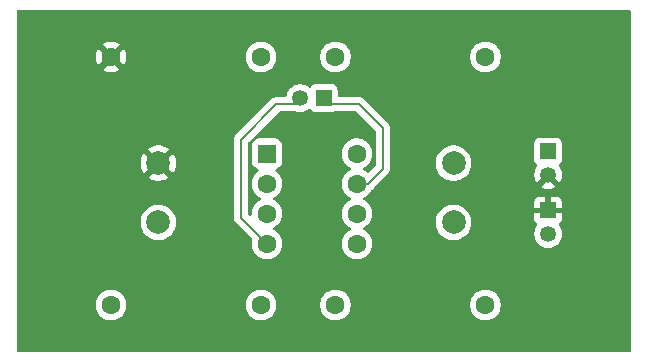
<source format=gbr>
G04 #@! TF.GenerationSoftware,KiCad,Pcbnew,9.0.4*
G04 #@! TF.CreationDate,2025-10-11T15:13:14-04:00*
G04 #@! TF.ProjectId,test1,74657374-312e-46b6-9963-61645f706362,rev?*
G04 #@! TF.SameCoordinates,Original*
G04 #@! TF.FileFunction,Copper,L2,Bot*
G04 #@! TF.FilePolarity,Positive*
%FSLAX46Y46*%
G04 Gerber Fmt 4.6, Leading zero omitted, Abs format (unit mm)*
G04 Created by KiCad (PCBNEW 9.0.4) date 2025-10-11 15:13:14*
%MOMM*%
%LPD*%
G01*
G04 APERTURE LIST*
G04 Aperture macros list*
%AMRoundRect*
0 Rectangle with rounded corners*
0 $1 Rounding radius*
0 $2 $3 $4 $5 $6 $7 $8 $9 X,Y pos of 4 corners*
0 Add a 4 corners polygon primitive as box body*
4,1,4,$2,$3,$4,$5,$6,$7,$8,$9,$2,$3,0*
0 Add four circle primitives for the rounded corners*
1,1,$1+$1,$2,$3*
1,1,$1+$1,$4,$5*
1,1,$1+$1,$6,$7*
1,1,$1+$1,$8,$9*
0 Add four rect primitives between the rounded corners*
20,1,$1+$1,$2,$3,$4,$5,0*
20,1,$1+$1,$4,$5,$6,$7,0*
20,1,$1+$1,$6,$7,$8,$9,0*
20,1,$1+$1,$8,$9,$2,$3,0*%
G04 Aperture macros list end*
G04 #@! TA.AperFunction,ComponentPad*
%ADD10C,1.350000*%
G04 #@! TD*
G04 #@! TA.AperFunction,ComponentPad*
%ADD11R,1.350000X1.350000*%
G04 #@! TD*
G04 #@! TA.AperFunction,ComponentPad*
%ADD12C,2.600000*%
G04 #@! TD*
G04 #@! TA.AperFunction,ConnectorPad*
%ADD13C,3.800000*%
G04 #@! TD*
G04 #@! TA.AperFunction,ComponentPad*
%ADD14C,1.600000*%
G04 #@! TD*
G04 #@! TA.AperFunction,ComponentPad*
%ADD15C,2.000000*%
G04 #@! TD*
G04 #@! TA.AperFunction,ComponentPad*
%ADD16RoundRect,0.250000X-0.550000X-0.550000X0.550000X-0.550000X0.550000X0.550000X-0.550000X0.550000X0*%
G04 #@! TD*
G04 #@! TA.AperFunction,Conductor*
%ADD17C,0.200000*%
G04 #@! TD*
G04 APERTURE END LIST*
D10*
X149500000Y-93500000D03*
D11*
X151500000Y-93500000D03*
D12*
X128500000Y-89000000D03*
D13*
X128500000Y-89000000D03*
D12*
X174500000Y-89000000D03*
D13*
X174500000Y-89000000D03*
D12*
X174500000Y-112000000D03*
D13*
X174500000Y-112000000D03*
D12*
X128500000Y-112000000D03*
D13*
X128500000Y-112000000D03*
D11*
X170500000Y-98000000D03*
D10*
X170500000Y-100000000D03*
D11*
X170500000Y-103000000D03*
D10*
X170500000Y-105000000D03*
D14*
X165200000Y-90000000D03*
X152500000Y-90000000D03*
D15*
X162500000Y-104000000D03*
X162500000Y-99000000D03*
D16*
X146695000Y-98190000D03*
D14*
X146695000Y-100730000D03*
X146695000Y-103270000D03*
X146695000Y-105810000D03*
X154315000Y-105810000D03*
X154315000Y-103270000D03*
X154315000Y-100730000D03*
X154315000Y-98190000D03*
D15*
X137500000Y-104000000D03*
X137500000Y-99000000D03*
D14*
X152500000Y-111000000D03*
X165200000Y-111000000D03*
X146200000Y-90000000D03*
X133500000Y-90000000D03*
X133500000Y-111000000D03*
X146200000Y-111000000D03*
D17*
X144500000Y-103615000D02*
X146695000Y-105810000D01*
X144500000Y-97000000D02*
X144500000Y-103615000D01*
X155270000Y-100730000D02*
X154315000Y-100730000D01*
X156500000Y-96000000D02*
X156500000Y-99500000D01*
X154500000Y-94000000D02*
X156500000Y-96000000D01*
X156500000Y-99500000D02*
X155270000Y-100730000D01*
X151500000Y-94000000D02*
X154500000Y-94000000D01*
X147500000Y-94000000D02*
X144500000Y-97000000D01*
X149500000Y-94000000D02*
X147500000Y-94000000D01*
G04 #@! TA.AperFunction,Conductor*
G36*
X177443039Y-86019685D02*
G01*
X177488794Y-86072489D01*
X177500000Y-86124000D01*
X177500000Y-114876000D01*
X177480315Y-114943039D01*
X177427511Y-114988794D01*
X177376000Y-115000000D01*
X125624000Y-115000000D01*
X125556961Y-114980315D01*
X125511206Y-114927511D01*
X125500000Y-114876000D01*
X125500000Y-110897648D01*
X132199500Y-110897648D01*
X132199500Y-111102351D01*
X132231522Y-111304534D01*
X132294781Y-111499223D01*
X132387715Y-111681613D01*
X132508028Y-111847213D01*
X132652786Y-111991971D01*
X132807749Y-112104556D01*
X132818390Y-112112287D01*
X132934607Y-112171503D01*
X133000776Y-112205218D01*
X133000778Y-112205218D01*
X133000781Y-112205220D01*
X133105137Y-112239127D01*
X133195465Y-112268477D01*
X133296557Y-112284488D01*
X133397648Y-112300500D01*
X133397649Y-112300500D01*
X133602351Y-112300500D01*
X133602352Y-112300500D01*
X133804534Y-112268477D01*
X133999219Y-112205220D01*
X134181610Y-112112287D01*
X134274590Y-112044732D01*
X134347213Y-111991971D01*
X134347215Y-111991968D01*
X134347219Y-111991966D01*
X134491966Y-111847219D01*
X134491968Y-111847215D01*
X134491971Y-111847213D01*
X134544732Y-111774590D01*
X134612287Y-111681610D01*
X134705220Y-111499219D01*
X134768477Y-111304534D01*
X134800500Y-111102352D01*
X134800500Y-110897648D01*
X144899500Y-110897648D01*
X144899500Y-111102351D01*
X144931522Y-111304534D01*
X144994781Y-111499223D01*
X145087715Y-111681613D01*
X145208028Y-111847213D01*
X145352786Y-111991971D01*
X145507749Y-112104556D01*
X145518390Y-112112287D01*
X145634607Y-112171503D01*
X145700776Y-112205218D01*
X145700778Y-112205218D01*
X145700781Y-112205220D01*
X145805137Y-112239127D01*
X145895465Y-112268477D01*
X145996557Y-112284488D01*
X146097648Y-112300500D01*
X146097649Y-112300500D01*
X146302351Y-112300500D01*
X146302352Y-112300500D01*
X146504534Y-112268477D01*
X146699219Y-112205220D01*
X146881610Y-112112287D01*
X146974590Y-112044732D01*
X147047213Y-111991971D01*
X147047215Y-111991968D01*
X147047219Y-111991966D01*
X147191966Y-111847219D01*
X147191968Y-111847215D01*
X147191971Y-111847213D01*
X147244732Y-111774590D01*
X147312287Y-111681610D01*
X147405220Y-111499219D01*
X147468477Y-111304534D01*
X147500500Y-111102352D01*
X147500500Y-110897648D01*
X151199500Y-110897648D01*
X151199500Y-111102351D01*
X151231522Y-111304534D01*
X151294781Y-111499223D01*
X151387715Y-111681613D01*
X151508028Y-111847213D01*
X151652786Y-111991971D01*
X151807749Y-112104556D01*
X151818390Y-112112287D01*
X151934607Y-112171503D01*
X152000776Y-112205218D01*
X152000778Y-112205218D01*
X152000781Y-112205220D01*
X152105137Y-112239127D01*
X152195465Y-112268477D01*
X152296557Y-112284488D01*
X152397648Y-112300500D01*
X152397649Y-112300500D01*
X152602351Y-112300500D01*
X152602352Y-112300500D01*
X152804534Y-112268477D01*
X152999219Y-112205220D01*
X153181610Y-112112287D01*
X153274590Y-112044732D01*
X153347213Y-111991971D01*
X153347215Y-111991968D01*
X153347219Y-111991966D01*
X153491966Y-111847219D01*
X153491968Y-111847215D01*
X153491971Y-111847213D01*
X153544732Y-111774590D01*
X153612287Y-111681610D01*
X153705220Y-111499219D01*
X153768477Y-111304534D01*
X153800500Y-111102352D01*
X153800500Y-110897648D01*
X163899500Y-110897648D01*
X163899500Y-111102351D01*
X163931522Y-111304534D01*
X163994781Y-111499223D01*
X164087715Y-111681613D01*
X164208028Y-111847213D01*
X164352786Y-111991971D01*
X164507749Y-112104556D01*
X164518390Y-112112287D01*
X164634607Y-112171503D01*
X164700776Y-112205218D01*
X164700778Y-112205218D01*
X164700781Y-112205220D01*
X164805137Y-112239127D01*
X164895465Y-112268477D01*
X164996557Y-112284488D01*
X165097648Y-112300500D01*
X165097649Y-112300500D01*
X165302351Y-112300500D01*
X165302352Y-112300500D01*
X165504534Y-112268477D01*
X165699219Y-112205220D01*
X165881610Y-112112287D01*
X165974590Y-112044732D01*
X166047213Y-111991971D01*
X166047215Y-111991968D01*
X166047219Y-111991966D01*
X166191966Y-111847219D01*
X166191968Y-111847215D01*
X166191971Y-111847213D01*
X166244732Y-111774590D01*
X166312287Y-111681610D01*
X166405220Y-111499219D01*
X166468477Y-111304534D01*
X166500500Y-111102352D01*
X166500500Y-110897648D01*
X166468477Y-110695466D01*
X166405220Y-110500781D01*
X166405218Y-110500778D01*
X166405218Y-110500776D01*
X166371503Y-110434607D01*
X166312287Y-110318390D01*
X166304556Y-110307749D01*
X166191971Y-110152786D01*
X166047213Y-110008028D01*
X165881613Y-109887715D01*
X165881612Y-109887714D01*
X165881610Y-109887713D01*
X165824653Y-109858691D01*
X165699223Y-109794781D01*
X165504534Y-109731522D01*
X165329995Y-109703878D01*
X165302352Y-109699500D01*
X165097648Y-109699500D01*
X165073329Y-109703351D01*
X164895465Y-109731522D01*
X164700776Y-109794781D01*
X164518386Y-109887715D01*
X164352786Y-110008028D01*
X164208028Y-110152786D01*
X164087715Y-110318386D01*
X163994781Y-110500776D01*
X163931522Y-110695465D01*
X163899500Y-110897648D01*
X153800500Y-110897648D01*
X153768477Y-110695466D01*
X153705220Y-110500781D01*
X153705218Y-110500778D01*
X153705218Y-110500776D01*
X153671503Y-110434607D01*
X153612287Y-110318390D01*
X153604556Y-110307749D01*
X153491971Y-110152786D01*
X153347213Y-110008028D01*
X153181613Y-109887715D01*
X153181612Y-109887714D01*
X153181610Y-109887713D01*
X153124653Y-109858691D01*
X152999223Y-109794781D01*
X152804534Y-109731522D01*
X152629995Y-109703878D01*
X152602352Y-109699500D01*
X152397648Y-109699500D01*
X152373329Y-109703351D01*
X152195465Y-109731522D01*
X152000776Y-109794781D01*
X151818386Y-109887715D01*
X151652786Y-110008028D01*
X151508028Y-110152786D01*
X151387715Y-110318386D01*
X151294781Y-110500776D01*
X151231522Y-110695465D01*
X151199500Y-110897648D01*
X147500500Y-110897648D01*
X147468477Y-110695466D01*
X147405220Y-110500781D01*
X147405218Y-110500778D01*
X147405218Y-110500776D01*
X147371503Y-110434607D01*
X147312287Y-110318390D01*
X147304556Y-110307749D01*
X147191971Y-110152786D01*
X147047213Y-110008028D01*
X146881613Y-109887715D01*
X146881612Y-109887714D01*
X146881610Y-109887713D01*
X146824653Y-109858691D01*
X146699223Y-109794781D01*
X146504534Y-109731522D01*
X146329995Y-109703878D01*
X146302352Y-109699500D01*
X146097648Y-109699500D01*
X146073329Y-109703351D01*
X145895465Y-109731522D01*
X145700776Y-109794781D01*
X145518386Y-109887715D01*
X145352786Y-110008028D01*
X145208028Y-110152786D01*
X145087715Y-110318386D01*
X144994781Y-110500776D01*
X144931522Y-110695465D01*
X144899500Y-110897648D01*
X134800500Y-110897648D01*
X134768477Y-110695466D01*
X134705220Y-110500781D01*
X134705218Y-110500778D01*
X134705218Y-110500776D01*
X134671503Y-110434607D01*
X134612287Y-110318390D01*
X134604556Y-110307749D01*
X134491971Y-110152786D01*
X134347213Y-110008028D01*
X134181613Y-109887715D01*
X134181612Y-109887714D01*
X134181610Y-109887713D01*
X134124653Y-109858691D01*
X133999223Y-109794781D01*
X133804534Y-109731522D01*
X133629995Y-109703878D01*
X133602352Y-109699500D01*
X133397648Y-109699500D01*
X133373329Y-109703351D01*
X133195465Y-109731522D01*
X133000776Y-109794781D01*
X132818386Y-109887715D01*
X132652786Y-110008028D01*
X132508028Y-110152786D01*
X132387715Y-110318386D01*
X132294781Y-110500776D01*
X132231522Y-110695465D01*
X132199500Y-110897648D01*
X125500000Y-110897648D01*
X125500000Y-103881902D01*
X135999500Y-103881902D01*
X135999500Y-104118097D01*
X136036446Y-104351368D01*
X136109433Y-104575996D01*
X136185221Y-104724736D01*
X136216657Y-104786433D01*
X136355483Y-104977510D01*
X136522490Y-105144517D01*
X136713567Y-105283343D01*
X136812991Y-105334002D01*
X136924003Y-105390566D01*
X136924005Y-105390566D01*
X136924008Y-105390568D01*
X137044412Y-105429689D01*
X137148631Y-105463553D01*
X137381903Y-105500500D01*
X137381908Y-105500500D01*
X137618097Y-105500500D01*
X137851368Y-105463553D01*
X138075992Y-105390568D01*
X138286433Y-105283343D01*
X138477510Y-105144517D01*
X138644517Y-104977510D01*
X138783343Y-104786433D01*
X138890568Y-104575992D01*
X138963553Y-104351368D01*
X138977713Y-104261966D01*
X139000500Y-104118097D01*
X139000500Y-103881902D01*
X138970747Y-103694054D01*
X143899498Y-103694054D01*
X143914211Y-103748963D01*
X143940423Y-103846785D01*
X143960698Y-103881902D01*
X143969358Y-103896900D01*
X143969359Y-103896904D01*
X143969360Y-103896904D01*
X144019479Y-103983714D01*
X144019481Y-103983717D01*
X144138349Y-104102585D01*
X144138355Y-104102590D01*
X145400921Y-105365157D01*
X145434406Y-105426480D01*
X145431173Y-105491149D01*
X145426523Y-105505460D01*
X145426523Y-105505462D01*
X145394500Y-105707648D01*
X145394500Y-105912351D01*
X145426522Y-106114534D01*
X145489781Y-106309223D01*
X145582715Y-106491613D01*
X145703028Y-106657213D01*
X145847786Y-106801971D01*
X146002749Y-106914556D01*
X146013390Y-106922287D01*
X146129607Y-106981503D01*
X146195776Y-107015218D01*
X146195778Y-107015218D01*
X146195781Y-107015220D01*
X146300137Y-107049127D01*
X146390465Y-107078477D01*
X146491557Y-107094488D01*
X146592648Y-107110500D01*
X146592649Y-107110500D01*
X146797351Y-107110500D01*
X146797352Y-107110500D01*
X146999534Y-107078477D01*
X147194219Y-107015220D01*
X147376610Y-106922287D01*
X147469590Y-106854732D01*
X147542213Y-106801971D01*
X147542215Y-106801968D01*
X147542219Y-106801966D01*
X147686966Y-106657219D01*
X147686968Y-106657215D01*
X147686971Y-106657213D01*
X147739732Y-106584590D01*
X147807287Y-106491610D01*
X147900220Y-106309219D01*
X147963477Y-106114534D01*
X147995500Y-105912352D01*
X147995500Y-105707648D01*
X147963477Y-105505466D01*
X147961863Y-105500500D01*
X147900218Y-105310776D01*
X147866503Y-105244607D01*
X147807287Y-105128390D01*
X147781221Y-105092513D01*
X147686971Y-104962786D01*
X147542213Y-104818028D01*
X147376614Y-104697715D01*
X147370006Y-104694348D01*
X147283917Y-104650483D01*
X147233123Y-104602511D01*
X147216328Y-104534690D01*
X147238865Y-104468555D01*
X147283917Y-104429516D01*
X147376610Y-104382287D01*
X147419167Y-104351368D01*
X147542213Y-104261971D01*
X147542215Y-104261968D01*
X147542219Y-104261966D01*
X147686966Y-104117219D01*
X147686968Y-104117215D01*
X147686971Y-104117213D01*
X147739732Y-104044590D01*
X147807287Y-103951610D01*
X147900220Y-103769219D01*
X147963477Y-103574534D01*
X147995500Y-103372352D01*
X147995500Y-103167648D01*
X147963477Y-102965466D01*
X147900220Y-102770781D01*
X147900218Y-102770778D01*
X147900218Y-102770776D01*
X147853924Y-102679920D01*
X147807287Y-102588390D01*
X147769548Y-102536446D01*
X147686971Y-102422786D01*
X147542213Y-102278028D01*
X147376614Y-102157715D01*
X147370006Y-102154348D01*
X147283917Y-102110483D01*
X147233123Y-102062511D01*
X147216328Y-101994690D01*
X147238865Y-101928555D01*
X147283917Y-101889516D01*
X147376610Y-101842287D01*
X147400404Y-101825000D01*
X147542213Y-101721971D01*
X147542215Y-101721968D01*
X147542219Y-101721966D01*
X147686966Y-101577219D01*
X147686968Y-101577215D01*
X147686971Y-101577213D01*
X147739732Y-101504590D01*
X147807287Y-101411610D01*
X147900220Y-101229219D01*
X147963477Y-101034534D01*
X147995500Y-100832352D01*
X147995500Y-100627648D01*
X147993629Y-100615834D01*
X147963477Y-100425465D01*
X147900218Y-100230776D01*
X147829748Y-100092473D01*
X147807287Y-100048390D01*
X147799556Y-100037749D01*
X147686971Y-99882786D01*
X147542219Y-99738034D01*
X147533618Y-99731785D01*
X147448547Y-99669978D01*
X147405882Y-99614649D01*
X147399903Y-99545036D01*
X147432508Y-99483240D01*
X147482426Y-99451955D01*
X147564334Y-99424814D01*
X147713656Y-99332712D01*
X147837712Y-99208656D01*
X147929814Y-99059334D01*
X147984999Y-98892797D01*
X147995500Y-98790009D01*
X147995499Y-97589992D01*
X147984999Y-97487203D01*
X147929814Y-97320666D01*
X147837712Y-97171344D01*
X147713656Y-97047288D01*
X147612314Y-96984780D01*
X147564336Y-96955187D01*
X147564331Y-96955185D01*
X147562862Y-96954698D01*
X147397797Y-96900001D01*
X147397795Y-96900000D01*
X147295010Y-96889500D01*
X146094998Y-96889500D01*
X146094981Y-96889501D01*
X145992203Y-96900000D01*
X145992200Y-96900001D01*
X145825668Y-96955185D01*
X145825663Y-96955187D01*
X145676342Y-97047289D01*
X145552289Y-97171342D01*
X145460187Y-97320663D01*
X145460186Y-97320666D01*
X145405001Y-97487203D01*
X145405001Y-97487204D01*
X145405000Y-97487204D01*
X145394500Y-97589983D01*
X145394500Y-98790001D01*
X145394501Y-98790018D01*
X145405000Y-98892796D01*
X145405001Y-98892799D01*
X145451308Y-99032543D01*
X145460186Y-99059334D01*
X145552288Y-99208656D01*
X145676344Y-99332712D01*
X145825666Y-99424814D01*
X145907570Y-99451954D01*
X145965015Y-99491727D01*
X145991838Y-99556243D01*
X145979523Y-99625018D01*
X145941451Y-99669978D01*
X145847787Y-99738028D01*
X145847782Y-99738032D01*
X145703028Y-99882786D01*
X145582715Y-100048386D01*
X145489781Y-100230776D01*
X145426522Y-100425465D01*
X145394500Y-100627648D01*
X145394500Y-100832351D01*
X145426522Y-101034534D01*
X145489781Y-101229223D01*
X145582715Y-101411613D01*
X145703028Y-101577213D01*
X145847786Y-101721971D01*
X145989596Y-101825000D01*
X146013390Y-101842287D01*
X146090642Y-101881649D01*
X146106080Y-101889515D01*
X146156876Y-101937490D01*
X146173671Y-102005311D01*
X146151134Y-102071446D01*
X146106080Y-102110485D01*
X146013386Y-102157715D01*
X145847786Y-102278028D01*
X145703028Y-102422786D01*
X145582715Y-102588386D01*
X145489781Y-102770776D01*
X145426522Y-102965465D01*
X145394500Y-103167648D01*
X145394500Y-103360902D01*
X145388261Y-103382147D01*
X145386682Y-103404236D01*
X145378609Y-103415019D01*
X145374815Y-103427941D01*
X145358081Y-103442440D01*
X145344810Y-103460169D01*
X145332189Y-103464876D01*
X145322011Y-103473696D01*
X145300093Y-103476847D01*
X145279346Y-103484586D01*
X145266185Y-103481723D01*
X145252853Y-103483640D01*
X145232709Y-103474440D01*
X145211073Y-103469734D01*
X145193347Y-103456465D01*
X145189297Y-103454615D01*
X145182819Y-103448583D01*
X145136819Y-103402583D01*
X145103334Y-103341260D01*
X145100500Y-103314902D01*
X145100500Y-97300097D01*
X145120185Y-97233058D01*
X145136819Y-97212416D01*
X147712417Y-94636819D01*
X147773740Y-94603334D01*
X147800098Y-94600500D01*
X149063352Y-94600500D01*
X149101670Y-94606569D01*
X149139302Y-94618796D01*
X149224736Y-94646555D01*
X149407486Y-94675500D01*
X149407487Y-94675500D01*
X149592513Y-94675500D01*
X149592514Y-94675500D01*
X149775264Y-94646555D01*
X149951235Y-94589379D01*
X150116096Y-94505378D01*
X150231608Y-94421453D01*
X150297412Y-94397974D01*
X150365466Y-94413799D01*
X150403758Y-94447460D01*
X150467455Y-94532547D01*
X150582664Y-94618793D01*
X150582671Y-94618797D01*
X150717517Y-94669091D01*
X150717516Y-94669091D01*
X150724444Y-94669835D01*
X150777127Y-94675500D01*
X152222872Y-94675499D01*
X152282483Y-94669091D01*
X152417331Y-94618796D01*
X152417333Y-94618793D01*
X152423058Y-94615669D01*
X152482487Y-94600500D01*
X154199903Y-94600500D01*
X154266942Y-94620185D01*
X154287584Y-94636819D01*
X155863181Y-96212416D01*
X155896666Y-96273739D01*
X155899500Y-96300097D01*
X155899500Y-99199901D01*
X155879815Y-99266940D01*
X155863181Y-99287582D01*
X155375155Y-99775608D01*
X155313832Y-99809093D01*
X155244140Y-99804109D01*
X155199793Y-99775608D01*
X155162213Y-99738028D01*
X154996614Y-99617715D01*
X154920743Y-99579057D01*
X154903917Y-99570483D01*
X154853123Y-99522511D01*
X154836328Y-99454690D01*
X154858865Y-99388555D01*
X154903917Y-99349516D01*
X154996610Y-99302287D01*
X155042853Y-99268690D01*
X155162213Y-99181971D01*
X155162215Y-99181968D01*
X155162219Y-99181966D01*
X155306966Y-99037219D01*
X155306968Y-99037215D01*
X155306971Y-99037213D01*
X155411892Y-98892799D01*
X155427287Y-98871610D01*
X155520220Y-98689219D01*
X155583477Y-98494534D01*
X155615500Y-98292352D01*
X155615500Y-98087648D01*
X155583477Y-97885466D01*
X155520220Y-97690781D01*
X155520218Y-97690778D01*
X155520218Y-97690776D01*
X155478771Y-97609433D01*
X155427287Y-97508390D01*
X155411892Y-97487200D01*
X155306971Y-97342786D01*
X155162213Y-97198028D01*
X154996613Y-97077715D01*
X154996612Y-97077714D01*
X154996610Y-97077713D01*
X154936898Y-97047288D01*
X154814223Y-96984781D01*
X154619534Y-96921522D01*
X154444995Y-96893878D01*
X154417352Y-96889500D01*
X154212648Y-96889500D01*
X154188329Y-96893351D01*
X154010465Y-96921522D01*
X153815776Y-96984781D01*
X153633386Y-97077715D01*
X153467786Y-97198028D01*
X153323028Y-97342786D01*
X153202715Y-97508386D01*
X153109781Y-97690776D01*
X153046522Y-97885465D01*
X153014500Y-98087648D01*
X153014500Y-98292351D01*
X153046522Y-98494534D01*
X153109781Y-98689223D01*
X153202715Y-98871613D01*
X153323028Y-99037213D01*
X153467786Y-99181971D01*
X153613150Y-99287582D01*
X153633390Y-99302287D01*
X153724840Y-99348883D01*
X153726080Y-99349515D01*
X153776876Y-99397490D01*
X153793671Y-99465311D01*
X153771134Y-99531446D01*
X153726080Y-99570485D01*
X153633386Y-99617715D01*
X153467786Y-99738028D01*
X153323028Y-99882786D01*
X153202715Y-100048386D01*
X153109781Y-100230776D01*
X153046522Y-100425465D01*
X153014500Y-100627648D01*
X153014500Y-100832351D01*
X153046522Y-101034534D01*
X153109781Y-101229223D01*
X153202715Y-101411613D01*
X153323028Y-101577213D01*
X153467786Y-101721971D01*
X153609596Y-101825000D01*
X153633390Y-101842287D01*
X153710642Y-101881649D01*
X153726080Y-101889515D01*
X153776876Y-101937490D01*
X153793671Y-102005311D01*
X153771134Y-102071446D01*
X153726080Y-102110485D01*
X153633386Y-102157715D01*
X153467786Y-102278028D01*
X153323028Y-102422786D01*
X153202715Y-102588386D01*
X153109781Y-102770776D01*
X153046522Y-102965465D01*
X153032712Y-103052661D01*
X153014500Y-103167648D01*
X153014500Y-103372352D01*
X153018878Y-103399995D01*
X153046522Y-103574534D01*
X153109781Y-103769223D01*
X153202715Y-103951613D01*
X153323028Y-104117213D01*
X153467786Y-104261971D01*
X153590833Y-104351368D01*
X153633390Y-104382287D01*
X153724840Y-104428883D01*
X153726080Y-104429515D01*
X153776876Y-104477490D01*
X153793671Y-104545311D01*
X153771134Y-104611446D01*
X153726080Y-104650485D01*
X153633386Y-104697715D01*
X153467786Y-104818028D01*
X153323028Y-104962786D01*
X153202715Y-105128386D01*
X153109781Y-105310776D01*
X153046522Y-105505465D01*
X153014500Y-105707648D01*
X153014500Y-105912351D01*
X153046522Y-106114534D01*
X153109781Y-106309223D01*
X153202715Y-106491613D01*
X153323028Y-106657213D01*
X153467786Y-106801971D01*
X153622749Y-106914556D01*
X153633390Y-106922287D01*
X153749607Y-106981503D01*
X153815776Y-107015218D01*
X153815778Y-107015218D01*
X153815781Y-107015220D01*
X153920137Y-107049127D01*
X154010465Y-107078477D01*
X154111557Y-107094488D01*
X154212648Y-107110500D01*
X154212649Y-107110500D01*
X154417351Y-107110500D01*
X154417352Y-107110500D01*
X154619534Y-107078477D01*
X154814219Y-107015220D01*
X154996610Y-106922287D01*
X155089590Y-106854732D01*
X155162213Y-106801971D01*
X155162215Y-106801968D01*
X155162219Y-106801966D01*
X155306966Y-106657219D01*
X155306968Y-106657215D01*
X155306971Y-106657213D01*
X155359732Y-106584590D01*
X155427287Y-106491610D01*
X155520220Y-106309219D01*
X155583477Y-106114534D01*
X155615500Y-105912352D01*
X155615500Y-105707648D01*
X155583477Y-105505466D01*
X155581863Y-105500500D01*
X155520218Y-105310776D01*
X155486503Y-105244607D01*
X155427287Y-105128390D01*
X155401221Y-105092513D01*
X155306971Y-104962786D01*
X155162213Y-104818028D01*
X154996614Y-104697715D01*
X154990006Y-104694348D01*
X154903917Y-104650483D01*
X154853123Y-104602511D01*
X154836328Y-104534690D01*
X154858865Y-104468555D01*
X154903917Y-104429516D01*
X154996610Y-104382287D01*
X155039167Y-104351368D01*
X155162213Y-104261971D01*
X155162215Y-104261968D01*
X155162219Y-104261966D01*
X155306966Y-104117219D01*
X155306968Y-104117215D01*
X155306971Y-104117213D01*
X155427284Y-103951614D01*
X155427285Y-103951613D01*
X155427287Y-103951610D01*
X155462805Y-103881902D01*
X160999500Y-103881902D01*
X160999500Y-104118097D01*
X161036446Y-104351368D01*
X161109433Y-104575996D01*
X161185221Y-104724736D01*
X161216657Y-104786433D01*
X161355483Y-104977510D01*
X161522490Y-105144517D01*
X161713567Y-105283343D01*
X161812991Y-105334002D01*
X161924003Y-105390566D01*
X161924005Y-105390566D01*
X161924008Y-105390568D01*
X162044412Y-105429689D01*
X162148631Y-105463553D01*
X162381903Y-105500500D01*
X162381908Y-105500500D01*
X162618097Y-105500500D01*
X162851368Y-105463553D01*
X163075992Y-105390568D01*
X163286433Y-105283343D01*
X163477510Y-105144517D01*
X163644517Y-104977510D01*
X163695393Y-104907486D01*
X169324500Y-104907486D01*
X169324500Y-105092513D01*
X169353445Y-105275265D01*
X169410619Y-105451232D01*
X169410620Y-105451235D01*
X169494622Y-105616096D01*
X169603379Y-105765787D01*
X169734213Y-105896621D01*
X169883904Y-106005378D01*
X169964763Y-106046577D01*
X170048764Y-106089379D01*
X170048767Y-106089380D01*
X170126185Y-106114534D01*
X170224736Y-106146555D01*
X170407486Y-106175500D01*
X170407487Y-106175500D01*
X170592513Y-106175500D01*
X170592514Y-106175500D01*
X170775264Y-106146555D01*
X170951235Y-106089379D01*
X171116096Y-106005378D01*
X171265787Y-105896621D01*
X171396621Y-105765787D01*
X171505378Y-105616096D01*
X171589379Y-105451235D01*
X171646555Y-105275264D01*
X171675500Y-105092514D01*
X171675500Y-104907486D01*
X171646555Y-104724736D01*
X171589379Y-104548765D01*
X171589379Y-104548764D01*
X171505377Y-104383903D01*
X171481739Y-104351368D01*
X171421159Y-104267987D01*
X171397680Y-104202183D01*
X171413505Y-104134129D01*
X171447167Y-104095836D01*
X171532190Y-104032186D01*
X171618350Y-103917093D01*
X171618354Y-103917086D01*
X171668596Y-103782379D01*
X171668598Y-103782372D01*
X171674999Y-103722844D01*
X171675000Y-103722827D01*
X171675000Y-103250000D01*
X170815686Y-103250000D01*
X170820080Y-103245606D01*
X170872741Y-103154394D01*
X170900000Y-103052661D01*
X170900000Y-102947339D01*
X170872741Y-102845606D01*
X170820080Y-102754394D01*
X170815686Y-102750000D01*
X171675000Y-102750000D01*
X171675000Y-102277172D01*
X171674999Y-102277155D01*
X171668598Y-102217627D01*
X171668596Y-102217620D01*
X171618354Y-102082913D01*
X171618350Y-102082906D01*
X171532190Y-101967812D01*
X171532187Y-101967809D01*
X171417093Y-101881649D01*
X171417086Y-101881645D01*
X171282379Y-101831403D01*
X171282372Y-101831401D01*
X171222844Y-101825000D01*
X170750000Y-101825000D01*
X170750000Y-102684314D01*
X170745606Y-102679920D01*
X170654394Y-102627259D01*
X170552661Y-102600000D01*
X170447339Y-102600000D01*
X170345606Y-102627259D01*
X170254394Y-102679920D01*
X170250000Y-102684314D01*
X170250000Y-101825000D01*
X169777155Y-101825000D01*
X169717627Y-101831401D01*
X169717620Y-101831403D01*
X169582913Y-101881645D01*
X169582906Y-101881649D01*
X169467812Y-101967809D01*
X169467809Y-101967812D01*
X169381649Y-102082906D01*
X169381645Y-102082913D01*
X169331403Y-102217620D01*
X169331401Y-102217627D01*
X169325000Y-102277155D01*
X169325000Y-102750000D01*
X170184314Y-102750000D01*
X170179920Y-102754394D01*
X170127259Y-102845606D01*
X170100000Y-102947339D01*
X170100000Y-103052661D01*
X170127259Y-103154394D01*
X170179920Y-103245606D01*
X170184314Y-103250000D01*
X169325000Y-103250000D01*
X169325000Y-103722844D01*
X169331401Y-103782372D01*
X169331403Y-103782379D01*
X169381645Y-103917086D01*
X169381649Y-103917093D01*
X169467809Y-104032186D01*
X169552832Y-104095835D01*
X169594703Y-104151769D01*
X169599687Y-104221461D01*
X169578839Y-104267987D01*
X169494624Y-104383900D01*
X169410620Y-104548764D01*
X169410619Y-104548767D01*
X169353445Y-104724734D01*
X169324500Y-104907486D01*
X163695393Y-104907486D01*
X163783343Y-104786433D01*
X163890568Y-104575992D01*
X163963553Y-104351368D01*
X163977713Y-104261966D01*
X164000500Y-104118097D01*
X164000500Y-103881902D01*
X163963553Y-103648631D01*
X163910251Y-103484586D01*
X163890568Y-103424008D01*
X163890566Y-103424005D01*
X163890566Y-103424003D01*
X163834002Y-103312991D01*
X163783343Y-103213567D01*
X163644517Y-103022490D01*
X163477510Y-102855483D01*
X163286433Y-102716657D01*
X163214333Y-102679920D01*
X163075996Y-102609433D01*
X162851368Y-102536446D01*
X162618097Y-102499500D01*
X162618092Y-102499500D01*
X162381908Y-102499500D01*
X162381903Y-102499500D01*
X162148631Y-102536446D01*
X161924003Y-102609433D01*
X161713566Y-102716657D01*
X161639079Y-102770776D01*
X161522490Y-102855483D01*
X161522488Y-102855485D01*
X161522487Y-102855485D01*
X161355485Y-103022487D01*
X161355485Y-103022488D01*
X161355483Y-103022490D01*
X161295862Y-103104550D01*
X161216657Y-103213566D01*
X161109433Y-103424003D01*
X161036446Y-103648631D01*
X160999500Y-103881902D01*
X155462805Y-103881902D01*
X155520220Y-103769219D01*
X155583477Y-103574534D01*
X155615500Y-103372352D01*
X155615500Y-103167648D01*
X155583477Y-102965466D01*
X155520220Y-102770781D01*
X155520218Y-102770778D01*
X155520218Y-102770776D01*
X155473924Y-102679920D01*
X155427287Y-102588390D01*
X155389548Y-102536446D01*
X155306971Y-102422786D01*
X155162213Y-102278028D01*
X154996614Y-102157715D01*
X154990006Y-102154348D01*
X154903917Y-102110483D01*
X154853123Y-102062511D01*
X154836328Y-101994690D01*
X154858865Y-101928555D01*
X154903917Y-101889516D01*
X154996610Y-101842287D01*
X155020404Y-101825000D01*
X155162213Y-101721971D01*
X155162215Y-101721968D01*
X155162219Y-101721966D01*
X155306966Y-101577219D01*
X155427287Y-101411610D01*
X155467656Y-101332379D01*
X155480094Y-101319209D01*
X155488396Y-101303107D01*
X155515242Y-101281993D01*
X155515628Y-101281585D01*
X155515878Y-101281439D01*
X155551904Y-101260639D01*
X155638716Y-101210520D01*
X155750520Y-101098716D01*
X155750520Y-101098714D01*
X155760728Y-101088507D01*
X155760729Y-101088504D01*
X156980520Y-99868716D01*
X157059577Y-99731784D01*
X157100501Y-99579057D01*
X157100501Y-99420942D01*
X157100501Y-99413347D01*
X157100500Y-99413329D01*
X157100500Y-98881902D01*
X160999500Y-98881902D01*
X160999500Y-99118097D01*
X161036446Y-99351368D01*
X161109433Y-99575996D01*
X161185280Y-99724852D01*
X161216657Y-99786433D01*
X161355483Y-99977510D01*
X161522490Y-100144517D01*
X161713567Y-100283343D01*
X161812991Y-100334002D01*
X161924003Y-100390566D01*
X161924005Y-100390566D01*
X161924008Y-100390568D01*
X161953037Y-100400000D01*
X162148631Y-100463553D01*
X162381903Y-100500500D01*
X162381908Y-100500500D01*
X162618097Y-100500500D01*
X162851368Y-100463553D01*
X162852870Y-100463065D01*
X163075992Y-100390568D01*
X163286433Y-100283343D01*
X163477510Y-100144517D01*
X163644517Y-99977510D01*
X163783343Y-99786433D01*
X163890568Y-99575992D01*
X163963553Y-99351368D01*
X163984017Y-99222165D01*
X164000500Y-99118097D01*
X164000500Y-98881902D01*
X163963553Y-98648631D01*
X163890566Y-98424003D01*
X163783477Y-98213830D01*
X163783343Y-98213567D01*
X163644517Y-98022490D01*
X163477510Y-97855483D01*
X163286433Y-97716657D01*
X163075996Y-97609433D01*
X162851368Y-97536446D01*
X162618097Y-97499500D01*
X162618092Y-97499500D01*
X162381908Y-97499500D01*
X162381903Y-97499500D01*
X162148631Y-97536446D01*
X161924003Y-97609433D01*
X161713566Y-97716657D01*
X161630047Y-97777338D01*
X161522490Y-97855483D01*
X161522488Y-97855485D01*
X161522487Y-97855485D01*
X161355485Y-98022487D01*
X161355485Y-98022488D01*
X161355483Y-98022490D01*
X161308143Y-98087648D01*
X161216657Y-98213566D01*
X161109433Y-98424003D01*
X161036446Y-98648631D01*
X160999500Y-98881902D01*
X157100500Y-98881902D01*
X157100500Y-97277135D01*
X169324500Y-97277135D01*
X169324500Y-98722870D01*
X169324501Y-98722876D01*
X169330908Y-98782483D01*
X169381202Y-98917328D01*
X169381206Y-98917335D01*
X169467452Y-99032544D01*
X169467455Y-99032547D01*
X169552938Y-99096540D01*
X169594809Y-99152473D01*
X169599793Y-99222165D01*
X169578946Y-99268690D01*
X169495051Y-99384163D01*
X169411084Y-99548956D01*
X169411083Y-99548959D01*
X169353933Y-99724852D01*
X169325000Y-99907526D01*
X169325000Y-100092473D01*
X169353933Y-100275147D01*
X169411083Y-100451040D01*
X169411084Y-100451043D01*
X169495050Y-100615834D01*
X169510015Y-100636430D01*
X170100000Y-100046445D01*
X170100000Y-100052661D01*
X170127259Y-100154394D01*
X170179920Y-100245606D01*
X170254394Y-100320080D01*
X170345606Y-100372741D01*
X170447339Y-100400000D01*
X170453553Y-100400000D01*
X169863568Y-100989983D01*
X169863568Y-100989984D01*
X169884165Y-101004949D01*
X170048956Y-101088915D01*
X170048959Y-101088916D01*
X170224852Y-101146066D01*
X170407527Y-101175000D01*
X170592473Y-101175000D01*
X170775147Y-101146066D01*
X170951040Y-101088916D01*
X170951043Y-101088915D01*
X171115836Y-101004947D01*
X171115845Y-101004942D01*
X171136430Y-100989984D01*
X171136431Y-100989983D01*
X170546448Y-100400000D01*
X170552661Y-100400000D01*
X170654394Y-100372741D01*
X170745606Y-100320080D01*
X170820080Y-100245606D01*
X170872741Y-100154394D01*
X170900000Y-100052661D01*
X170900000Y-100046447D01*
X171489983Y-100636430D01*
X171489984Y-100636430D01*
X171504942Y-100615845D01*
X171504947Y-100615836D01*
X171588915Y-100451043D01*
X171588916Y-100451040D01*
X171646066Y-100275147D01*
X171675000Y-100092473D01*
X171675000Y-99907526D01*
X171646066Y-99724852D01*
X171588916Y-99548959D01*
X171588915Y-99548956D01*
X171504947Y-99384161D01*
X171421054Y-99268691D01*
X171397574Y-99202884D01*
X171413400Y-99134831D01*
X171447058Y-99096542D01*
X171532546Y-99032546D01*
X171618796Y-98917331D01*
X171669091Y-98782483D01*
X171675500Y-98722873D01*
X171675499Y-97277128D01*
X171669091Y-97217517D01*
X171667188Y-97212416D01*
X171618797Y-97082671D01*
X171618793Y-97082664D01*
X171532547Y-96967455D01*
X171532544Y-96967452D01*
X171417335Y-96881206D01*
X171417328Y-96881202D01*
X171282482Y-96830908D01*
X171282483Y-96830908D01*
X171222883Y-96824501D01*
X171222881Y-96824500D01*
X171222873Y-96824500D01*
X171222864Y-96824500D01*
X169777129Y-96824500D01*
X169777123Y-96824501D01*
X169717516Y-96830908D01*
X169582671Y-96881202D01*
X169582664Y-96881206D01*
X169467455Y-96967452D01*
X169467452Y-96967455D01*
X169381206Y-97082664D01*
X169381202Y-97082671D01*
X169330908Y-97217517D01*
X169324501Y-97277116D01*
X169324501Y-97277123D01*
X169324500Y-97277135D01*
X157100500Y-97277135D01*
X157100500Y-95920945D01*
X157100500Y-95920943D01*
X157059577Y-95768216D01*
X157059577Y-95768215D01*
X157059577Y-95768214D01*
X157030639Y-95718095D01*
X157030637Y-95718092D01*
X156980520Y-95631284D01*
X156868716Y-95519480D01*
X156868715Y-95519479D01*
X156864385Y-95515149D01*
X156864374Y-95515139D01*
X154987590Y-93638355D01*
X154987588Y-93638352D01*
X154868717Y-93519481D01*
X154868716Y-93519480D01*
X154781904Y-93469360D01*
X154781904Y-93469359D01*
X154781900Y-93469358D01*
X154731785Y-93440423D01*
X154579057Y-93399499D01*
X154420943Y-93399499D01*
X154413347Y-93399499D01*
X154413331Y-93399500D01*
X152799499Y-93399500D01*
X152732460Y-93379815D01*
X152686705Y-93327011D01*
X152675499Y-93275500D01*
X152675499Y-92777129D01*
X152675498Y-92777123D01*
X152669091Y-92717516D01*
X152618797Y-92582671D01*
X152618793Y-92582664D01*
X152532547Y-92467455D01*
X152532544Y-92467452D01*
X152417335Y-92381206D01*
X152417328Y-92381202D01*
X152282482Y-92330908D01*
X152282483Y-92330908D01*
X152222883Y-92324501D01*
X152222881Y-92324500D01*
X152222873Y-92324500D01*
X152222864Y-92324500D01*
X150777129Y-92324500D01*
X150777123Y-92324501D01*
X150717516Y-92330908D01*
X150582671Y-92381202D01*
X150582664Y-92381206D01*
X150467455Y-92467452D01*
X150403758Y-92552539D01*
X150347823Y-92594410D01*
X150278132Y-92599393D01*
X150231607Y-92578545D01*
X150116099Y-92494624D01*
X150116098Y-92494623D01*
X150116096Y-92494622D01*
X150062772Y-92467452D01*
X149951235Y-92410620D01*
X149951232Y-92410619D01*
X149775265Y-92353445D01*
X149632972Y-92330908D01*
X149592514Y-92324500D01*
X149407486Y-92324500D01*
X149367028Y-92330908D01*
X149224734Y-92353445D01*
X149048767Y-92410619D01*
X149048764Y-92410620D01*
X148883903Y-92494622D01*
X148804188Y-92552539D01*
X148734213Y-92603379D01*
X148734211Y-92603381D01*
X148734210Y-92603381D01*
X148603381Y-92734210D01*
X148603381Y-92734211D01*
X148603379Y-92734213D01*
X148572199Y-92777129D01*
X148494622Y-92883903D01*
X148410620Y-93048764D01*
X148410619Y-93048767D01*
X148353444Y-93224734D01*
X148342332Y-93294898D01*
X148312403Y-93358033D01*
X148253091Y-93394964D01*
X148219859Y-93399500D01*
X147586670Y-93399500D01*
X147586654Y-93399499D01*
X147579058Y-93399499D01*
X147420943Y-93399499D01*
X147344579Y-93419961D01*
X147268214Y-93440423D01*
X147268209Y-93440426D01*
X147131290Y-93519475D01*
X147131282Y-93519481D01*
X144019481Y-96631282D01*
X144019479Y-96631285D01*
X143969361Y-96718094D01*
X143969359Y-96718096D01*
X143940425Y-96768209D01*
X143940424Y-96768210D01*
X143940423Y-96768215D01*
X143899499Y-96920943D01*
X143899499Y-97079057D01*
X143899499Y-97079059D01*
X143899500Y-97089053D01*
X143899500Y-103528330D01*
X143899499Y-103528348D01*
X143899499Y-103694054D01*
X143899498Y-103694054D01*
X138970747Y-103694054D01*
X138963553Y-103648631D01*
X138910251Y-103484586D01*
X138890568Y-103424008D01*
X138890566Y-103424005D01*
X138890566Y-103424003D01*
X138834002Y-103312991D01*
X138783343Y-103213567D01*
X138644517Y-103022490D01*
X138477510Y-102855483D01*
X138286433Y-102716657D01*
X138214333Y-102679920D01*
X138075996Y-102609433D01*
X137851368Y-102536446D01*
X137618097Y-102499500D01*
X137618092Y-102499500D01*
X137381908Y-102499500D01*
X137381903Y-102499500D01*
X137148631Y-102536446D01*
X136924003Y-102609433D01*
X136713566Y-102716657D01*
X136639079Y-102770776D01*
X136522490Y-102855483D01*
X136522488Y-102855485D01*
X136522487Y-102855485D01*
X136355485Y-103022487D01*
X136355485Y-103022488D01*
X136355483Y-103022490D01*
X136295862Y-103104550D01*
X136216657Y-103213566D01*
X136109433Y-103424003D01*
X136036446Y-103648631D01*
X135999500Y-103881902D01*
X125500000Y-103881902D01*
X125500000Y-98881947D01*
X136000000Y-98881947D01*
X136000000Y-99118052D01*
X136036934Y-99351247D01*
X136109897Y-99575802D01*
X136217087Y-99786174D01*
X136277338Y-99869104D01*
X136277340Y-99869105D01*
X137017037Y-99129408D01*
X137034075Y-99192993D01*
X137099901Y-99307007D01*
X137192993Y-99400099D01*
X137307007Y-99465925D01*
X137370590Y-99482962D01*
X136630893Y-100222658D01*
X136713828Y-100282914D01*
X136924197Y-100390102D01*
X137148752Y-100463065D01*
X137148751Y-100463065D01*
X137381948Y-100500000D01*
X137618052Y-100500000D01*
X137851247Y-100463065D01*
X138075802Y-100390102D01*
X138286163Y-100282918D01*
X138286169Y-100282914D01*
X138369104Y-100222658D01*
X138369105Y-100222658D01*
X137629408Y-99482962D01*
X137692993Y-99465925D01*
X137807007Y-99400099D01*
X137900099Y-99307007D01*
X137965925Y-99192993D01*
X137982962Y-99129408D01*
X138722658Y-99869105D01*
X138722658Y-99869104D01*
X138782914Y-99786169D01*
X138782918Y-99786163D01*
X138890102Y-99575802D01*
X138963065Y-99351247D01*
X139000000Y-99118052D01*
X139000000Y-98881947D01*
X138963065Y-98648752D01*
X138890102Y-98424197D01*
X138782914Y-98213828D01*
X138722658Y-98130894D01*
X138722658Y-98130893D01*
X137982962Y-98870590D01*
X137965925Y-98807007D01*
X137900099Y-98692993D01*
X137807007Y-98599901D01*
X137692993Y-98534075D01*
X137629409Y-98517037D01*
X138369105Y-97777340D01*
X138369104Y-97777338D01*
X138286174Y-97717087D01*
X138075802Y-97609897D01*
X137851247Y-97536934D01*
X137851248Y-97536934D01*
X137618052Y-97500000D01*
X137381948Y-97500000D01*
X137148752Y-97536934D01*
X136924197Y-97609897D01*
X136713830Y-97717084D01*
X136630894Y-97777340D01*
X137370591Y-98517037D01*
X137307007Y-98534075D01*
X137192993Y-98599901D01*
X137099901Y-98692993D01*
X137034075Y-98807007D01*
X137017037Y-98870591D01*
X136277340Y-98130894D01*
X136217084Y-98213830D01*
X136109897Y-98424197D01*
X136036934Y-98648752D01*
X136000000Y-98881947D01*
X125500000Y-98881947D01*
X125500000Y-89897682D01*
X132200000Y-89897682D01*
X132200000Y-90102317D01*
X132232009Y-90304417D01*
X132295244Y-90499031D01*
X132388141Y-90681350D01*
X132388147Y-90681359D01*
X132420523Y-90725921D01*
X132420524Y-90725922D01*
X133100000Y-90046446D01*
X133100000Y-90052661D01*
X133127259Y-90154394D01*
X133179920Y-90245606D01*
X133254394Y-90320080D01*
X133345606Y-90372741D01*
X133447339Y-90400000D01*
X133453553Y-90400000D01*
X132774076Y-91079474D01*
X132818650Y-91111859D01*
X133000968Y-91204755D01*
X133195582Y-91267990D01*
X133397683Y-91300000D01*
X133602317Y-91300000D01*
X133804417Y-91267990D01*
X133999031Y-91204755D01*
X134181349Y-91111859D01*
X134225921Y-91079474D01*
X133546447Y-90400000D01*
X133552661Y-90400000D01*
X133654394Y-90372741D01*
X133745606Y-90320080D01*
X133820080Y-90245606D01*
X133872741Y-90154394D01*
X133900000Y-90052661D01*
X133900000Y-90046447D01*
X134579474Y-90725921D01*
X134611859Y-90681349D01*
X134704755Y-90499031D01*
X134767990Y-90304417D01*
X134800000Y-90102317D01*
X134800000Y-89897682D01*
X134799995Y-89897648D01*
X144899500Y-89897648D01*
X144899500Y-90102351D01*
X144931522Y-90304534D01*
X144994781Y-90499223D01*
X145058691Y-90624653D01*
X145087585Y-90681359D01*
X145087715Y-90681613D01*
X145208028Y-90847213D01*
X145352786Y-90991971D01*
X145473226Y-91079474D01*
X145518390Y-91112287D01*
X145634607Y-91171503D01*
X145700776Y-91205218D01*
X145700778Y-91205218D01*
X145700781Y-91205220D01*
X145805137Y-91239127D01*
X145895465Y-91268477D01*
X145996557Y-91284488D01*
X146097648Y-91300500D01*
X146097649Y-91300500D01*
X146302351Y-91300500D01*
X146302352Y-91300500D01*
X146504534Y-91268477D01*
X146699219Y-91205220D01*
X146881610Y-91112287D01*
X146974590Y-91044732D01*
X147047213Y-90991971D01*
X147047215Y-90991968D01*
X147047219Y-90991966D01*
X147191966Y-90847219D01*
X147191968Y-90847215D01*
X147191971Y-90847213D01*
X147244732Y-90774590D01*
X147312287Y-90681610D01*
X147405220Y-90499219D01*
X147468477Y-90304534D01*
X147500500Y-90102352D01*
X147500500Y-89897648D01*
X151199500Y-89897648D01*
X151199500Y-90102351D01*
X151231522Y-90304534D01*
X151294781Y-90499223D01*
X151358691Y-90624653D01*
X151387585Y-90681359D01*
X151387715Y-90681613D01*
X151508028Y-90847213D01*
X151652786Y-90991971D01*
X151773226Y-91079474D01*
X151818390Y-91112287D01*
X151934607Y-91171503D01*
X152000776Y-91205218D01*
X152000778Y-91205218D01*
X152000781Y-91205220D01*
X152105137Y-91239127D01*
X152195465Y-91268477D01*
X152296557Y-91284488D01*
X152397648Y-91300500D01*
X152397649Y-91300500D01*
X152602351Y-91300500D01*
X152602352Y-91300500D01*
X152804534Y-91268477D01*
X152999219Y-91205220D01*
X153181610Y-91112287D01*
X153274590Y-91044732D01*
X153347213Y-90991971D01*
X153347215Y-90991968D01*
X153347219Y-90991966D01*
X153491966Y-90847219D01*
X153491968Y-90847215D01*
X153491971Y-90847213D01*
X153544732Y-90774590D01*
X153612287Y-90681610D01*
X153705220Y-90499219D01*
X153768477Y-90304534D01*
X153800500Y-90102352D01*
X153800500Y-89897648D01*
X163899500Y-89897648D01*
X163899500Y-90102351D01*
X163931522Y-90304534D01*
X163994781Y-90499223D01*
X164058691Y-90624653D01*
X164087585Y-90681359D01*
X164087715Y-90681613D01*
X164208028Y-90847213D01*
X164352786Y-90991971D01*
X164473226Y-91079474D01*
X164518390Y-91112287D01*
X164634607Y-91171503D01*
X164700776Y-91205218D01*
X164700778Y-91205218D01*
X164700781Y-91205220D01*
X164805137Y-91239127D01*
X164895465Y-91268477D01*
X164996557Y-91284488D01*
X165097648Y-91300500D01*
X165097649Y-91300500D01*
X165302351Y-91300500D01*
X165302352Y-91300500D01*
X165504534Y-91268477D01*
X165699219Y-91205220D01*
X165881610Y-91112287D01*
X165974590Y-91044732D01*
X166047213Y-90991971D01*
X166047215Y-90991968D01*
X166047219Y-90991966D01*
X166191966Y-90847219D01*
X166191968Y-90847215D01*
X166191971Y-90847213D01*
X166244732Y-90774590D01*
X166312287Y-90681610D01*
X166405220Y-90499219D01*
X166468477Y-90304534D01*
X166500500Y-90102352D01*
X166500500Y-89897648D01*
X166492257Y-89845606D01*
X166468477Y-89695465D01*
X166437458Y-89600000D01*
X166405220Y-89500781D01*
X166405218Y-89500778D01*
X166405218Y-89500776D01*
X166312419Y-89318650D01*
X166312287Y-89318390D01*
X166280092Y-89274077D01*
X166191971Y-89152786D01*
X166047213Y-89008028D01*
X165881613Y-88887715D01*
X165881612Y-88887714D01*
X165881610Y-88887713D01*
X165824653Y-88858691D01*
X165699223Y-88794781D01*
X165504534Y-88731522D01*
X165329995Y-88703878D01*
X165302352Y-88699500D01*
X165097648Y-88699500D01*
X165073329Y-88703351D01*
X164895465Y-88731522D01*
X164700776Y-88794781D01*
X164518386Y-88887715D01*
X164352786Y-89008028D01*
X164208028Y-89152786D01*
X164087715Y-89318386D01*
X163994781Y-89500776D01*
X163931522Y-89695465D01*
X163899500Y-89897648D01*
X153800500Y-89897648D01*
X153792257Y-89845606D01*
X153768477Y-89695465D01*
X153737458Y-89600000D01*
X153705220Y-89500781D01*
X153705218Y-89500778D01*
X153705218Y-89500776D01*
X153612419Y-89318650D01*
X153612287Y-89318390D01*
X153580092Y-89274077D01*
X153491971Y-89152786D01*
X153347213Y-89008028D01*
X153181613Y-88887715D01*
X153181612Y-88887714D01*
X153181610Y-88887713D01*
X153124653Y-88858691D01*
X152999223Y-88794781D01*
X152804534Y-88731522D01*
X152629995Y-88703878D01*
X152602352Y-88699500D01*
X152397648Y-88699500D01*
X152373329Y-88703351D01*
X152195465Y-88731522D01*
X152000776Y-88794781D01*
X151818386Y-88887715D01*
X151652786Y-89008028D01*
X151508028Y-89152786D01*
X151387715Y-89318386D01*
X151294781Y-89500776D01*
X151231522Y-89695465D01*
X151199500Y-89897648D01*
X147500500Y-89897648D01*
X147492257Y-89845606D01*
X147468477Y-89695465D01*
X147437458Y-89600000D01*
X147405220Y-89500781D01*
X147405218Y-89500778D01*
X147405218Y-89500776D01*
X147312419Y-89318650D01*
X147312287Y-89318390D01*
X147280092Y-89274077D01*
X147191971Y-89152786D01*
X147047213Y-89008028D01*
X146881613Y-88887715D01*
X146881612Y-88887714D01*
X146881610Y-88887713D01*
X146824653Y-88858691D01*
X146699223Y-88794781D01*
X146504534Y-88731522D01*
X146329995Y-88703878D01*
X146302352Y-88699500D01*
X146097648Y-88699500D01*
X146073329Y-88703351D01*
X145895465Y-88731522D01*
X145700776Y-88794781D01*
X145518386Y-88887715D01*
X145352786Y-89008028D01*
X145208028Y-89152786D01*
X145087715Y-89318386D01*
X144994781Y-89500776D01*
X144931522Y-89695465D01*
X144899500Y-89897648D01*
X134799995Y-89897648D01*
X134767990Y-89695582D01*
X134704755Y-89500968D01*
X134611859Y-89318650D01*
X134579474Y-89274077D01*
X134579474Y-89274076D01*
X133900000Y-89953551D01*
X133900000Y-89947339D01*
X133872741Y-89845606D01*
X133820080Y-89754394D01*
X133745606Y-89679920D01*
X133654394Y-89627259D01*
X133552661Y-89600000D01*
X133546446Y-89600000D01*
X134225922Y-88920524D01*
X134225921Y-88920523D01*
X134181359Y-88888147D01*
X134181350Y-88888141D01*
X133999031Y-88795244D01*
X133804417Y-88732009D01*
X133602317Y-88700000D01*
X133397683Y-88700000D01*
X133195582Y-88732009D01*
X133000968Y-88795244D01*
X132818644Y-88888143D01*
X132774077Y-88920523D01*
X132774077Y-88920524D01*
X133453554Y-89600000D01*
X133447339Y-89600000D01*
X133345606Y-89627259D01*
X133254394Y-89679920D01*
X133179920Y-89754394D01*
X133127259Y-89845606D01*
X133100000Y-89947339D01*
X133100000Y-89953553D01*
X132420524Y-89274077D01*
X132420523Y-89274077D01*
X132388143Y-89318644D01*
X132295244Y-89500968D01*
X132232009Y-89695582D01*
X132200000Y-89897682D01*
X125500000Y-89897682D01*
X125500000Y-86124000D01*
X125519685Y-86056961D01*
X125572489Y-86011206D01*
X125624000Y-86000000D01*
X177376000Y-86000000D01*
X177443039Y-86019685D01*
G37*
G04 #@! TD.AperFunction*
M02*

</source>
